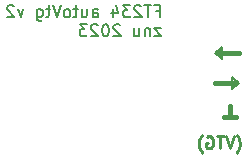
<source format=gbr>
%TF.GenerationSoftware,KiCad,Pcbnew,7.0.8-7.0.8~ubuntu22.04.1*%
%TF.CreationDate,2023-10-30T09:28:09+01:00*%
%TF.ProjectId,usb2serial-autovtg,75736232-7365-4726-9961-6c2d6175746f,rev?*%
%TF.SameCoordinates,Original*%
%TF.FileFunction,Legend,Bot*%
%TF.FilePolarity,Positive*%
%FSLAX46Y46*%
G04 Gerber Fmt 4.6, Leading zero omitted, Abs format (unit mm)*
G04 Created by KiCad (PCBNEW 7.0.8-7.0.8~ubuntu22.04.1) date 2023-10-30 09:28:09*
%MOMM*%
%LPD*%
G01*
G04 APERTURE LIST*
%ADD10C,0.400000*%
%ADD11C,0.200000*%
%ADD12C,0.250000*%
%ADD13R,1.700000X1.700000*%
%ADD14O,1.700000X1.700000*%
%ADD15C,0.650000*%
%ADD16O,2.100000X1.000000*%
%ADD17O,1.800000X1.000000*%
G04 APERTURE END LIST*
D10*
X153300000Y-78400000D02*
X154300000Y-78400000D01*
D11*
X154600000Y-75550000D02*
X154000000Y-76050000D01*
X154000000Y-75050000D02*
X154600000Y-75550000D01*
D10*
X152500000Y-75550000D02*
X154300000Y-75550000D01*
D11*
X154300000Y-75750000D02*
X154100000Y-75350000D01*
X154000000Y-75750000D02*
X154300000Y-75750000D01*
X154000000Y-76050000D02*
X154000000Y-75050000D01*
X154100000Y-75350000D02*
X154300000Y-75450000D01*
X153000000Y-73200000D02*
X152800000Y-73100000D01*
D10*
X153800000Y-77500000D02*
X153800000Y-78400000D01*
D11*
X153100000Y-72500000D02*
X153100000Y-73500000D01*
D10*
X154600000Y-73000000D02*
X152800000Y-73000000D01*
D11*
X153100000Y-72800000D02*
X152800000Y-72800000D01*
X152500000Y-73000000D02*
X153100000Y-72500000D01*
X153100000Y-73500000D02*
X152500000Y-73000000D01*
X152800000Y-72800000D02*
X153000000Y-73200000D01*
X147496993Y-69423409D02*
X147830326Y-69423409D01*
X147830326Y-69947219D02*
X147830326Y-68947219D01*
X147830326Y-68947219D02*
X147354136Y-68947219D01*
X147116040Y-68947219D02*
X146544612Y-68947219D01*
X146830326Y-69947219D02*
X146830326Y-68947219D01*
X146258897Y-69042457D02*
X146211278Y-68994838D01*
X146211278Y-68994838D02*
X146116040Y-68947219D01*
X146116040Y-68947219D02*
X145877945Y-68947219D01*
X145877945Y-68947219D02*
X145782707Y-68994838D01*
X145782707Y-68994838D02*
X145735088Y-69042457D01*
X145735088Y-69042457D02*
X145687469Y-69137695D01*
X145687469Y-69137695D02*
X145687469Y-69232933D01*
X145687469Y-69232933D02*
X145735088Y-69375790D01*
X145735088Y-69375790D02*
X146306516Y-69947219D01*
X146306516Y-69947219D02*
X145687469Y-69947219D01*
X145354135Y-68947219D02*
X144735088Y-68947219D01*
X144735088Y-68947219D02*
X145068421Y-69328171D01*
X145068421Y-69328171D02*
X144925564Y-69328171D01*
X144925564Y-69328171D02*
X144830326Y-69375790D01*
X144830326Y-69375790D02*
X144782707Y-69423409D01*
X144782707Y-69423409D02*
X144735088Y-69518647D01*
X144735088Y-69518647D02*
X144735088Y-69756742D01*
X144735088Y-69756742D02*
X144782707Y-69851980D01*
X144782707Y-69851980D02*
X144830326Y-69899600D01*
X144830326Y-69899600D02*
X144925564Y-69947219D01*
X144925564Y-69947219D02*
X145211278Y-69947219D01*
X145211278Y-69947219D02*
X145306516Y-69899600D01*
X145306516Y-69899600D02*
X145354135Y-69851980D01*
X143877945Y-69280552D02*
X143877945Y-69947219D01*
X144116040Y-68899600D02*
X144354135Y-69613885D01*
X144354135Y-69613885D02*
X143735088Y-69613885D01*
X142163659Y-69947219D02*
X142163659Y-69423409D01*
X142163659Y-69423409D02*
X142211278Y-69328171D01*
X142211278Y-69328171D02*
X142306516Y-69280552D01*
X142306516Y-69280552D02*
X142496992Y-69280552D01*
X142496992Y-69280552D02*
X142592230Y-69328171D01*
X142163659Y-69899600D02*
X142258897Y-69947219D01*
X142258897Y-69947219D02*
X142496992Y-69947219D01*
X142496992Y-69947219D02*
X142592230Y-69899600D01*
X142592230Y-69899600D02*
X142639849Y-69804361D01*
X142639849Y-69804361D02*
X142639849Y-69709123D01*
X142639849Y-69709123D02*
X142592230Y-69613885D01*
X142592230Y-69613885D02*
X142496992Y-69566266D01*
X142496992Y-69566266D02*
X142258897Y-69566266D01*
X142258897Y-69566266D02*
X142163659Y-69518647D01*
X141258897Y-69280552D02*
X141258897Y-69947219D01*
X141687468Y-69280552D02*
X141687468Y-69804361D01*
X141687468Y-69804361D02*
X141639849Y-69899600D01*
X141639849Y-69899600D02*
X141544611Y-69947219D01*
X141544611Y-69947219D02*
X141401754Y-69947219D01*
X141401754Y-69947219D02*
X141306516Y-69899600D01*
X141306516Y-69899600D02*
X141258897Y-69851980D01*
X140925563Y-69280552D02*
X140544611Y-69280552D01*
X140782706Y-68947219D02*
X140782706Y-69804361D01*
X140782706Y-69804361D02*
X140735087Y-69899600D01*
X140735087Y-69899600D02*
X140639849Y-69947219D01*
X140639849Y-69947219D02*
X140544611Y-69947219D01*
X140068420Y-69947219D02*
X140163658Y-69899600D01*
X140163658Y-69899600D02*
X140211277Y-69851980D01*
X140211277Y-69851980D02*
X140258896Y-69756742D01*
X140258896Y-69756742D02*
X140258896Y-69471028D01*
X140258896Y-69471028D02*
X140211277Y-69375790D01*
X140211277Y-69375790D02*
X140163658Y-69328171D01*
X140163658Y-69328171D02*
X140068420Y-69280552D01*
X140068420Y-69280552D02*
X139925563Y-69280552D01*
X139925563Y-69280552D02*
X139830325Y-69328171D01*
X139830325Y-69328171D02*
X139782706Y-69375790D01*
X139782706Y-69375790D02*
X139735087Y-69471028D01*
X139735087Y-69471028D02*
X139735087Y-69756742D01*
X139735087Y-69756742D02*
X139782706Y-69851980D01*
X139782706Y-69851980D02*
X139830325Y-69899600D01*
X139830325Y-69899600D02*
X139925563Y-69947219D01*
X139925563Y-69947219D02*
X140068420Y-69947219D01*
X139449372Y-68947219D02*
X139116039Y-69947219D01*
X139116039Y-69947219D02*
X138782706Y-68947219D01*
X138592229Y-69280552D02*
X138211277Y-69280552D01*
X138449372Y-68947219D02*
X138449372Y-69804361D01*
X138449372Y-69804361D02*
X138401753Y-69899600D01*
X138401753Y-69899600D02*
X138306515Y-69947219D01*
X138306515Y-69947219D02*
X138211277Y-69947219D01*
X137449372Y-69280552D02*
X137449372Y-70090076D01*
X137449372Y-70090076D02*
X137496991Y-70185314D01*
X137496991Y-70185314D02*
X137544610Y-70232933D01*
X137544610Y-70232933D02*
X137639848Y-70280552D01*
X137639848Y-70280552D02*
X137782705Y-70280552D01*
X137782705Y-70280552D02*
X137877943Y-70232933D01*
X137449372Y-69899600D02*
X137544610Y-69947219D01*
X137544610Y-69947219D02*
X137735086Y-69947219D01*
X137735086Y-69947219D02*
X137830324Y-69899600D01*
X137830324Y-69899600D02*
X137877943Y-69851980D01*
X137877943Y-69851980D02*
X137925562Y-69756742D01*
X137925562Y-69756742D02*
X137925562Y-69471028D01*
X137925562Y-69471028D02*
X137877943Y-69375790D01*
X137877943Y-69375790D02*
X137830324Y-69328171D01*
X137830324Y-69328171D02*
X137735086Y-69280552D01*
X137735086Y-69280552D02*
X137544610Y-69280552D01*
X137544610Y-69280552D02*
X137449372Y-69328171D01*
X136306514Y-69280552D02*
X136068419Y-69947219D01*
X136068419Y-69947219D02*
X135830324Y-69280552D01*
X135496990Y-69042457D02*
X135449371Y-68994838D01*
X135449371Y-68994838D02*
X135354133Y-68947219D01*
X135354133Y-68947219D02*
X135116038Y-68947219D01*
X135116038Y-68947219D02*
X135020800Y-68994838D01*
X135020800Y-68994838D02*
X134973181Y-69042457D01*
X134973181Y-69042457D02*
X134925562Y-69137695D01*
X134925562Y-69137695D02*
X134925562Y-69232933D01*
X134925562Y-69232933D02*
X134973181Y-69375790D01*
X134973181Y-69375790D02*
X135544609Y-69947219D01*
X135544609Y-69947219D02*
X134925562Y-69947219D01*
X147925564Y-70890552D02*
X147401755Y-70890552D01*
X147401755Y-70890552D02*
X147925564Y-71557219D01*
X147925564Y-71557219D02*
X147401755Y-71557219D01*
X147020802Y-70890552D02*
X147020802Y-71557219D01*
X147020802Y-70985790D02*
X146973183Y-70938171D01*
X146973183Y-70938171D02*
X146877945Y-70890552D01*
X146877945Y-70890552D02*
X146735088Y-70890552D01*
X146735088Y-70890552D02*
X146639850Y-70938171D01*
X146639850Y-70938171D02*
X146592231Y-71033409D01*
X146592231Y-71033409D02*
X146592231Y-71557219D01*
X145687469Y-70890552D02*
X145687469Y-71557219D01*
X146116040Y-70890552D02*
X146116040Y-71414361D01*
X146116040Y-71414361D02*
X146068421Y-71509600D01*
X146068421Y-71509600D02*
X145973183Y-71557219D01*
X145973183Y-71557219D02*
X145830326Y-71557219D01*
X145830326Y-71557219D02*
X145735088Y-71509600D01*
X145735088Y-71509600D02*
X145687469Y-71461980D01*
X144496992Y-70652457D02*
X144449373Y-70604838D01*
X144449373Y-70604838D02*
X144354135Y-70557219D01*
X144354135Y-70557219D02*
X144116040Y-70557219D01*
X144116040Y-70557219D02*
X144020802Y-70604838D01*
X144020802Y-70604838D02*
X143973183Y-70652457D01*
X143973183Y-70652457D02*
X143925564Y-70747695D01*
X143925564Y-70747695D02*
X143925564Y-70842933D01*
X143925564Y-70842933D02*
X143973183Y-70985790D01*
X143973183Y-70985790D02*
X144544611Y-71557219D01*
X144544611Y-71557219D02*
X143925564Y-71557219D01*
X143306516Y-70557219D02*
X143211278Y-70557219D01*
X143211278Y-70557219D02*
X143116040Y-70604838D01*
X143116040Y-70604838D02*
X143068421Y-70652457D01*
X143068421Y-70652457D02*
X143020802Y-70747695D01*
X143020802Y-70747695D02*
X142973183Y-70938171D01*
X142973183Y-70938171D02*
X142973183Y-71176266D01*
X142973183Y-71176266D02*
X143020802Y-71366742D01*
X143020802Y-71366742D02*
X143068421Y-71461980D01*
X143068421Y-71461980D02*
X143116040Y-71509600D01*
X143116040Y-71509600D02*
X143211278Y-71557219D01*
X143211278Y-71557219D02*
X143306516Y-71557219D01*
X143306516Y-71557219D02*
X143401754Y-71509600D01*
X143401754Y-71509600D02*
X143449373Y-71461980D01*
X143449373Y-71461980D02*
X143496992Y-71366742D01*
X143496992Y-71366742D02*
X143544611Y-71176266D01*
X143544611Y-71176266D02*
X143544611Y-70938171D01*
X143544611Y-70938171D02*
X143496992Y-70747695D01*
X143496992Y-70747695D02*
X143449373Y-70652457D01*
X143449373Y-70652457D02*
X143401754Y-70604838D01*
X143401754Y-70604838D02*
X143306516Y-70557219D01*
X142592230Y-70652457D02*
X142544611Y-70604838D01*
X142544611Y-70604838D02*
X142449373Y-70557219D01*
X142449373Y-70557219D02*
X142211278Y-70557219D01*
X142211278Y-70557219D02*
X142116040Y-70604838D01*
X142116040Y-70604838D02*
X142068421Y-70652457D01*
X142068421Y-70652457D02*
X142020802Y-70747695D01*
X142020802Y-70747695D02*
X142020802Y-70842933D01*
X142020802Y-70842933D02*
X142068421Y-70985790D01*
X142068421Y-70985790D02*
X142639849Y-71557219D01*
X142639849Y-71557219D02*
X142020802Y-71557219D01*
X141687468Y-70557219D02*
X141068421Y-70557219D01*
X141068421Y-70557219D02*
X141401754Y-70938171D01*
X141401754Y-70938171D02*
X141258897Y-70938171D01*
X141258897Y-70938171D02*
X141163659Y-70985790D01*
X141163659Y-70985790D02*
X141116040Y-71033409D01*
X141116040Y-71033409D02*
X141068421Y-71128647D01*
X141068421Y-71128647D02*
X141068421Y-71366742D01*
X141068421Y-71366742D02*
X141116040Y-71461980D01*
X141116040Y-71461980D02*
X141163659Y-71509600D01*
X141163659Y-71509600D02*
X141258897Y-71557219D01*
X141258897Y-71557219D02*
X141544611Y-71557219D01*
X141544611Y-71557219D02*
X141639849Y-71509600D01*
X141639849Y-71509600D02*
X141687468Y-71461980D01*
D12*
X154352381Y-81430571D02*
X154400000Y-81382952D01*
X154400000Y-81382952D02*
X154495238Y-81240095D01*
X154495238Y-81240095D02*
X154542857Y-81144857D01*
X154542857Y-81144857D02*
X154590476Y-81002000D01*
X154590476Y-81002000D02*
X154638095Y-80763904D01*
X154638095Y-80763904D02*
X154638095Y-80573428D01*
X154638095Y-80573428D02*
X154590476Y-80335333D01*
X154590476Y-80335333D02*
X154542857Y-80192476D01*
X154542857Y-80192476D02*
X154495238Y-80097238D01*
X154495238Y-80097238D02*
X154400000Y-79954380D01*
X154400000Y-79954380D02*
X154352381Y-79906761D01*
X154114285Y-80049619D02*
X153780952Y-81049619D01*
X153780952Y-81049619D02*
X153447619Y-80049619D01*
X153257142Y-80049619D02*
X152685714Y-80049619D01*
X152971428Y-81049619D02*
X152971428Y-80049619D01*
X151828571Y-80097238D02*
X151923809Y-80049619D01*
X151923809Y-80049619D02*
X152066666Y-80049619D01*
X152066666Y-80049619D02*
X152209523Y-80097238D01*
X152209523Y-80097238D02*
X152304761Y-80192476D01*
X152304761Y-80192476D02*
X152352380Y-80287714D01*
X152352380Y-80287714D02*
X152399999Y-80478190D01*
X152399999Y-80478190D02*
X152399999Y-80621047D01*
X152399999Y-80621047D02*
X152352380Y-80811523D01*
X152352380Y-80811523D02*
X152304761Y-80906761D01*
X152304761Y-80906761D02*
X152209523Y-81002000D01*
X152209523Y-81002000D02*
X152066666Y-81049619D01*
X152066666Y-81049619D02*
X151971428Y-81049619D01*
X151971428Y-81049619D02*
X151828571Y-81002000D01*
X151828571Y-81002000D02*
X151780952Y-80954380D01*
X151780952Y-80954380D02*
X151780952Y-80621047D01*
X151780952Y-80621047D02*
X151971428Y-80621047D01*
X151447618Y-81430571D02*
X151399999Y-81382952D01*
X151399999Y-81382952D02*
X151304761Y-81240095D01*
X151304761Y-81240095D02*
X151257142Y-81144857D01*
X151257142Y-81144857D02*
X151209523Y-81002000D01*
X151209523Y-81002000D02*
X151161904Y-80763904D01*
X151161904Y-80763904D02*
X151161904Y-80573428D01*
X151161904Y-80573428D02*
X151209523Y-80335333D01*
X151209523Y-80335333D02*
X151257142Y-80192476D01*
X151257142Y-80192476D02*
X151304761Y-80097238D01*
X151304761Y-80097238D02*
X151399999Y-79954380D01*
X151399999Y-79954380D02*
X151447618Y-79906761D01*
%LPC*%
D13*
X156200000Y-73200000D03*
D14*
X156200000Y-75740000D03*
X156200000Y-78280000D03*
X156200000Y-80820000D03*
D15*
X140305000Y-74110000D03*
X140305000Y-79890000D03*
D16*
X140805000Y-72680000D03*
D17*
X136625000Y-72680000D03*
D16*
X140805000Y-81320000D03*
D17*
X136625000Y-81320000D03*
%LPD*%
M02*

</source>
